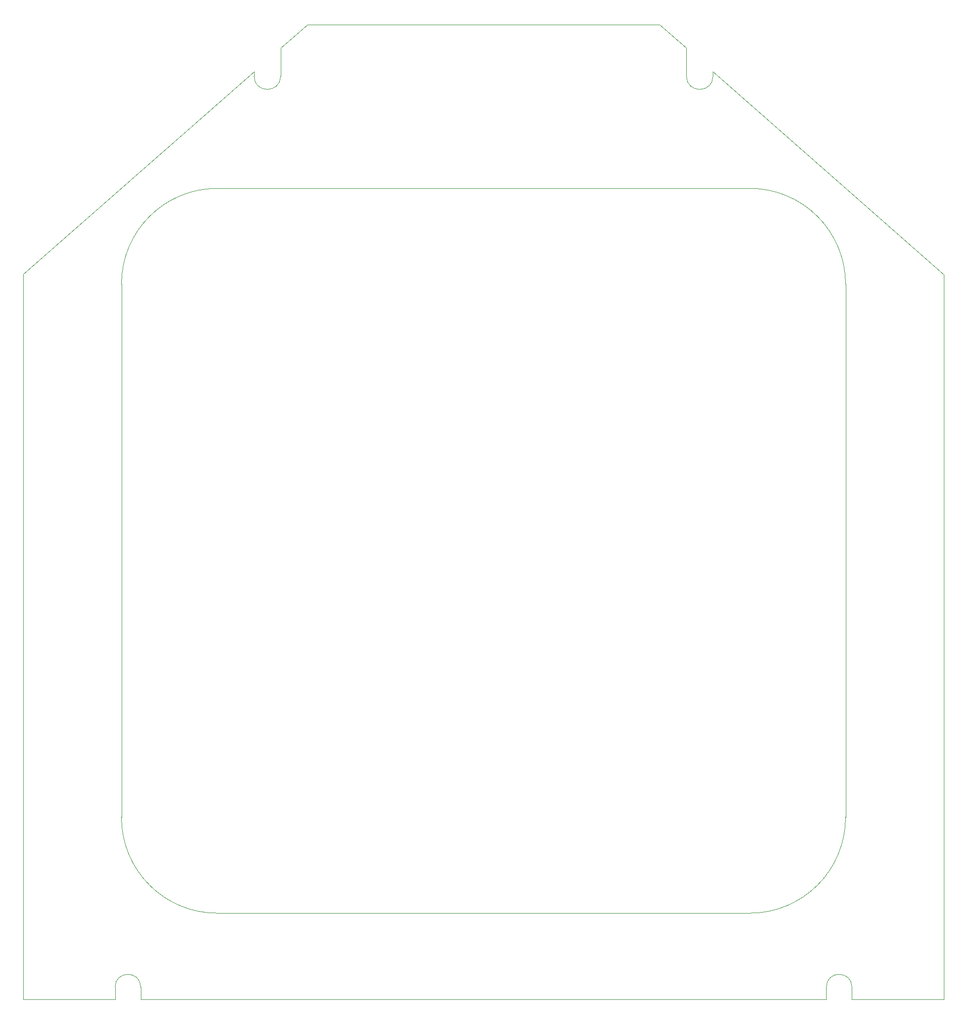
<source format=gbr>
%TF.GenerationSoftware,KiCad,Pcbnew,(6.0.9)*%
%TF.CreationDate,2023-01-21T08:26:38-09:00*%
%TF.ProjectId,DDI,4444492e-6b69-4636-9164-5f7063625858,rev?*%
%TF.SameCoordinates,Original*%
%TF.FileFunction,Profile,NP*%
%FSLAX46Y46*%
G04 Gerber Fmt 4.6, Leading zero omitted, Abs format (unit mm)*
G04 Created by KiCad (PCBNEW (6.0.9)) date 2023-01-21 08:26:38*
%MOMM*%
%LPD*%
G01*
G04 APERTURE LIST*
%TA.AperFunction,Profile*%
%ADD10C,0.100000*%
%TD*%
G04 APERTURE END LIST*
D10*
X39649889Y-8082929D02*
X0Y-42870000D01*
X44221889Y-4018929D02*
X48844200Y-2552D01*
X44221889Y-8844929D02*
X44221889Y-4018929D01*
X39649889Y-8844929D02*
X39649889Y-8082929D01*
X39649889Y-8844929D02*
G75*
G03*
X44221889Y-8844929I2286000J0D01*
G01*
X118538523Y-8082929D02*
X158191200Y-42895400D01*
X113966523Y-4018929D02*
X109347000Y-2552D01*
X113966523Y-8844929D02*
X113966523Y-4018929D01*
X118538523Y-8844929D02*
X118538523Y-8082929D01*
X113966523Y-8844929D02*
G75*
G03*
X118538523Y-8844929I2286000J0D01*
G01*
X20175456Y-167393054D02*
X138012956Y-167388555D01*
X158191200Y-167388555D02*
X142412956Y-167388555D01*
X142412956Y-165293054D02*
X142412956Y-167388555D01*
X138012956Y-165293054D02*
X138012956Y-167388555D01*
X142412956Y-165293054D02*
G75*
G03*
X138012956Y-165293054I-2200000J0D01*
G01*
X20175456Y-165293054D02*
X20175456Y-167393054D01*
X0Y-167380800D02*
X15775456Y-167380800D01*
X15775456Y-165293054D02*
X15775456Y-167380800D01*
X20175456Y-165293054D02*
G75*
G03*
X15775456Y-165293054I-2200000J0D01*
G01*
X124883066Y-152593055D02*
G75*
G03*
X141324207Y-136151913I0J16441141D01*
G01*
X16864206Y-136151914D02*
G75*
G03*
X33305348Y-152593054I16441140J0D01*
G01*
X33305346Y-28133054D02*
G75*
G03*
X16864205Y-44574193I0J-16441141D01*
G01*
X141324206Y-44574195D02*
G75*
G03*
X124883064Y-28133055I-16441140J0D01*
G01*
X16864206Y-136151914D02*
X16864207Y-44574193D01*
X124883066Y-152593055D02*
X33305348Y-152593055D01*
X141324206Y-44574195D02*
X141324204Y-136151913D01*
X33305346Y-28133054D02*
X124883064Y-28133054D01*
X0Y-167380800D02*
X0Y-42870000D01*
X158191200Y-167388555D02*
X158191200Y-42895400D01*
X48844200Y-2552D02*
X109347000Y-2552D01*
M02*

</source>
